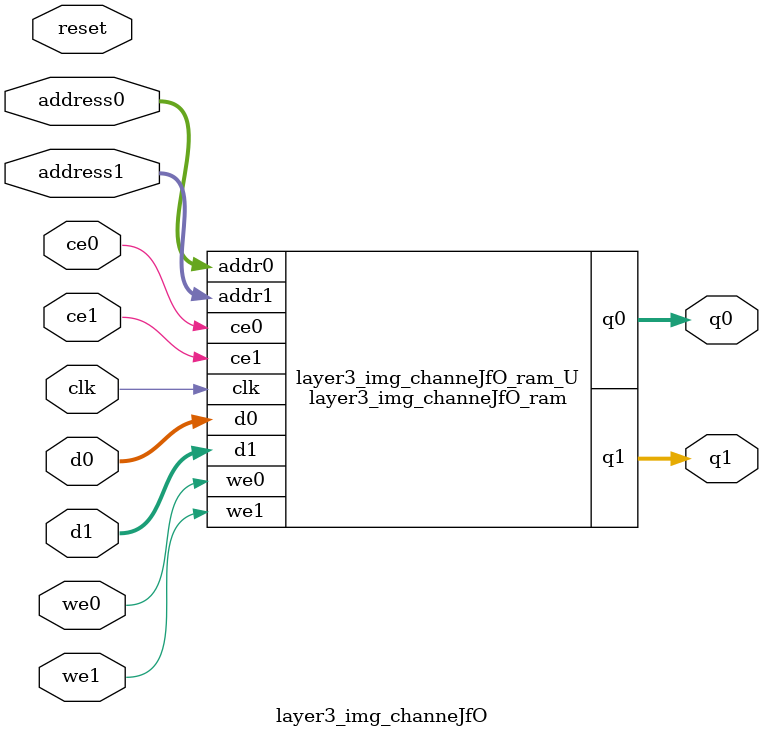
<source format=v>
`timescale 1 ns / 1 ps
module layer3_img_channeJfO_ram (addr0, ce0, d0, we0, q0, addr1, ce1, d1, we1, q1,  clk);

parameter DWIDTH = 4;
parameter AWIDTH = 12;
parameter MEM_SIZE = 2376;

input[AWIDTH-1:0] addr0;
input ce0;
input[DWIDTH-1:0] d0;
input we0;
output reg[DWIDTH-1:0] q0;
input[AWIDTH-1:0] addr1;
input ce1;
input[DWIDTH-1:0] d1;
input we1;
output reg[DWIDTH-1:0] q1;
input clk;

(* ram_style = "block" *)reg [DWIDTH-1:0] ram[0:MEM_SIZE-1];




always @(posedge clk)  
begin 
    if (ce0) 
    begin
        if (we0) 
        begin 
            ram[addr0] <= d0; 
        end 
        q0 <= ram[addr0];
    end
end


always @(posedge clk)  
begin 
    if (ce1) 
    begin
        if (we1) 
        begin 
            ram[addr1] <= d1; 
        end 
        q1 <= ram[addr1];
    end
end


endmodule

`timescale 1 ns / 1 ps
module layer3_img_channeJfO(
    reset,
    clk,
    address0,
    ce0,
    we0,
    d0,
    q0,
    address1,
    ce1,
    we1,
    d1,
    q1);

parameter DataWidth = 32'd4;
parameter AddressRange = 32'd2376;
parameter AddressWidth = 32'd12;
input reset;
input clk;
input[AddressWidth - 1:0] address0;
input ce0;
input we0;
input[DataWidth - 1:0] d0;
output[DataWidth - 1:0] q0;
input[AddressWidth - 1:0] address1;
input ce1;
input we1;
input[DataWidth - 1:0] d1;
output[DataWidth - 1:0] q1;



layer3_img_channeJfO_ram layer3_img_channeJfO_ram_U(
    .clk( clk ),
    .addr0( address0 ),
    .ce0( ce0 ),
    .we0( we0 ),
    .d0( d0 ),
    .q0( q0 ),
    .addr1( address1 ),
    .ce1( ce1 ),
    .we1( we1 ),
    .d1( d1 ),
    .q1( q1 ));

endmodule


</source>
